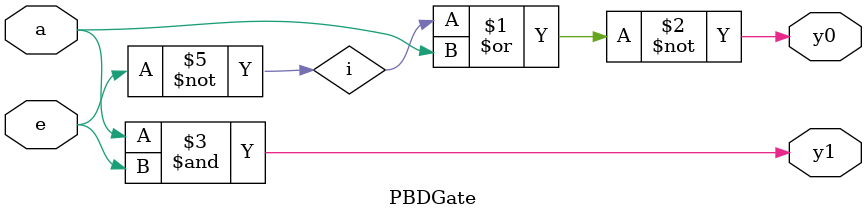
<source format=sv>
`timescale 1ns/1ns

module PBDGate (input a, e, output y0, y1);
	wire i;

//	nor (a, ~e)
	not #(4) U1 (i, e);
	nor #(8) U2 (y0, i, a);

//	a and e
	wire k, l;
	nand #(8) U4 (k, a, e);
	not #(4) (y1, k);
endmodule
</source>
